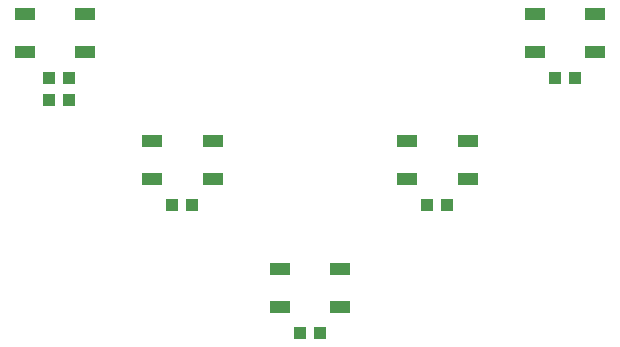
<source format=gtp>
G75*
%MOIN*%
%OFA0B0*%
%FSLAX25Y25*%
%IPPOS*%
%LPD*%
%AMOC8*
5,1,8,0,0,1.08239X$1,22.5*
%
%ADD10R,0.06500X0.03937*%
%ADD11R,0.04331X0.03937*%
D10*
X0193188Y0102451D03*
X0193188Y0115049D03*
X0213479Y0115049D03*
X0213479Y0102451D03*
X0235688Y0144951D03*
X0235688Y0157549D03*
X0255979Y0157549D03*
X0255979Y0144951D03*
X0278188Y0187451D03*
X0278188Y0200049D03*
X0298479Y0200049D03*
X0298479Y0187451D03*
X0170979Y0157549D03*
X0150688Y0157549D03*
X0150688Y0144951D03*
X0170979Y0144951D03*
X0128479Y0187451D03*
X0108188Y0187451D03*
X0108188Y0200049D03*
X0128479Y0200049D03*
D11*
X0122930Y0178750D03*
X0116237Y0178750D03*
X0116237Y0171250D03*
X0122930Y0171250D03*
X0157487Y0136250D03*
X0164180Y0136250D03*
X0199987Y0093750D03*
X0206680Y0093750D03*
X0242487Y0136250D03*
X0249180Y0136250D03*
X0284987Y0178750D03*
X0291680Y0178750D03*
M02*

</source>
